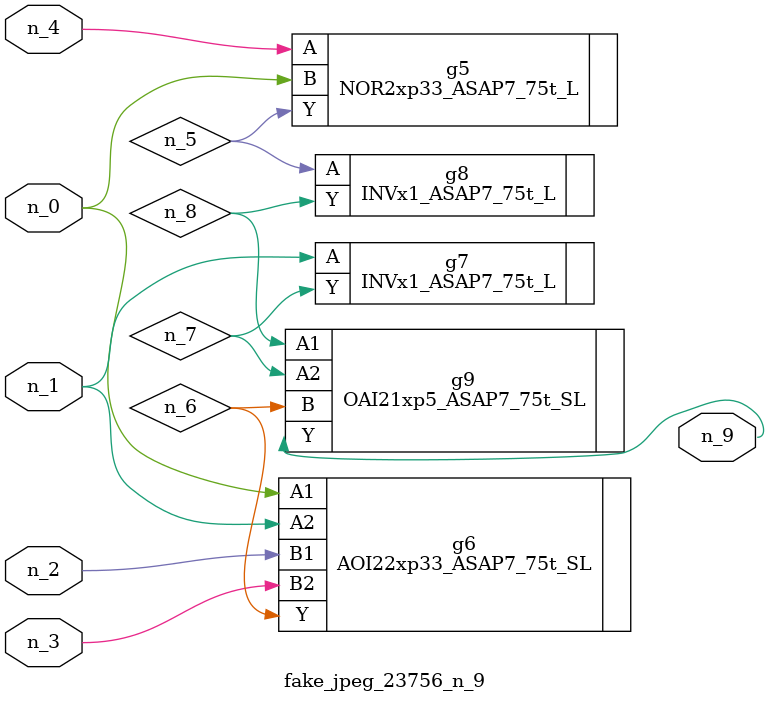
<source format=v>
module fake_jpeg_23756_n_9 (n_3, n_2, n_1, n_0, n_4, n_9);

input n_3;
input n_2;
input n_1;
input n_0;
input n_4;

output n_9;

wire n_8;
wire n_6;
wire n_5;
wire n_7;

NOR2xp33_ASAP7_75t_L g5 ( 
.A(n_4),
.B(n_0),
.Y(n_5)
);

AOI22xp33_ASAP7_75t_SL g6 ( 
.A1(n_0),
.A2(n_1),
.B1(n_2),
.B2(n_3),
.Y(n_6)
);

INVx1_ASAP7_75t_L g7 ( 
.A(n_1),
.Y(n_7)
);

INVx1_ASAP7_75t_L g8 ( 
.A(n_5),
.Y(n_8)
);

OAI21xp5_ASAP7_75t_SL g9 ( 
.A1(n_8),
.A2(n_7),
.B(n_6),
.Y(n_9)
);


endmodule
</source>
